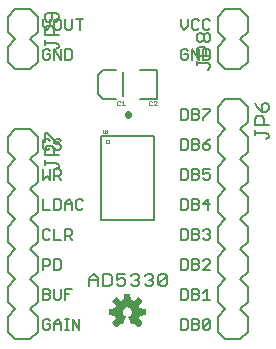
<source format=gbr>
G04 EAGLE Gerber RS-274X export*
G75*
%MOMM*%
%FSLAX34Y34*%
%LPD*%
%INSilkscreen Top*%
%IPPOS*%
%AMOC8*
5,1,8,0,0,1.08239X$1,22.5*%
G01*
%ADD10C,0.203200*%
%ADD11C,0.152400*%
%ADD12C,0.127000*%
%ADD13C,0.050000*%
%ADD14C,0.025400*%
%ADD15C,0.558800*%

G36*
X110412Y10712D02*
X110412Y10712D01*
X110520Y10723D01*
X110533Y10728D01*
X110547Y10730D01*
X110644Y10778D01*
X110743Y10823D01*
X110756Y10834D01*
X110765Y10839D01*
X110780Y10854D01*
X110857Y10917D01*
X113442Y13502D01*
X113505Y13590D01*
X113571Y13676D01*
X113576Y13689D01*
X113584Y13700D01*
X113615Y13803D01*
X113651Y13906D01*
X113651Y13920D01*
X113655Y13933D01*
X113651Y14042D01*
X113652Y14150D01*
X113647Y14164D01*
X113647Y14177D01*
X113609Y14279D01*
X113574Y14382D01*
X113565Y14397D01*
X113561Y14406D01*
X113547Y14423D01*
X113493Y14505D01*
X110729Y17895D01*
X111286Y18977D01*
X111292Y18996D01*
X111334Y19091D01*
X111705Y20251D01*
X116056Y20693D01*
X116160Y20721D01*
X116266Y20746D01*
X116278Y20753D01*
X116291Y20757D01*
X116381Y20817D01*
X116474Y20875D01*
X116482Y20885D01*
X116494Y20893D01*
X116560Y20979D01*
X116629Y21063D01*
X116633Y21076D01*
X116642Y21087D01*
X116676Y21190D01*
X116715Y21291D01*
X116716Y21309D01*
X116720Y21318D01*
X116720Y21340D01*
X116729Y21438D01*
X116729Y25094D01*
X116712Y25202D01*
X116698Y25309D01*
X116692Y25321D01*
X116690Y25335D01*
X116638Y25431D01*
X116591Y25528D01*
X116581Y25538D01*
X116575Y25550D01*
X116495Y25625D01*
X116419Y25702D01*
X116407Y25708D01*
X116397Y25717D01*
X116298Y25762D01*
X116201Y25810D01*
X116183Y25814D01*
X116174Y25818D01*
X116153Y25820D01*
X116056Y25840D01*
X111705Y26282D01*
X111334Y27442D01*
X111325Y27459D01*
X111323Y27467D01*
X111319Y27473D01*
X111286Y27556D01*
X110729Y28638D01*
X113493Y32028D01*
X113547Y32122D01*
X113604Y32214D01*
X113607Y32228D01*
X113614Y32240D01*
X113635Y32346D01*
X113660Y32452D01*
X113658Y32466D01*
X113661Y32479D01*
X113646Y32587D01*
X113636Y32695D01*
X113630Y32707D01*
X113628Y32721D01*
X113580Y32818D01*
X113535Y32917D01*
X113524Y32931D01*
X113520Y32939D01*
X113504Y32955D01*
X113442Y33031D01*
X110857Y35616D01*
X110768Y35680D01*
X110683Y35746D01*
X110670Y35750D01*
X110658Y35758D01*
X110555Y35790D01*
X110452Y35825D01*
X110438Y35825D01*
X110425Y35829D01*
X110317Y35826D01*
X110208Y35826D01*
X110195Y35822D01*
X110181Y35821D01*
X110079Y35783D01*
X109977Y35749D01*
X109962Y35739D01*
X109953Y35735D01*
X109936Y35722D01*
X109854Y35667D01*
X106464Y32903D01*
X105382Y33461D01*
X105362Y33467D01*
X105267Y33508D01*
X104108Y33879D01*
X103665Y38230D01*
X103637Y38335D01*
X103612Y38441D01*
X103605Y38452D01*
X103602Y38466D01*
X103541Y38556D01*
X103484Y38648D01*
X103473Y38657D01*
X103465Y38668D01*
X103379Y38734D01*
X103295Y38803D01*
X103282Y38808D01*
X103271Y38816D01*
X103168Y38851D01*
X103067Y38889D01*
X103049Y38891D01*
X103040Y38894D01*
X103018Y38894D01*
X102920Y38904D01*
X99264Y38904D01*
X99157Y38886D01*
X99049Y38872D01*
X99037Y38866D01*
X99023Y38864D01*
X98927Y38813D01*
X98830Y38765D01*
X98820Y38755D01*
X98808Y38749D01*
X98734Y38670D01*
X98657Y38593D01*
X98651Y38581D01*
X98641Y38571D01*
X98596Y38472D01*
X98548Y38375D01*
X98544Y38358D01*
X98540Y38349D01*
X98538Y38327D01*
X98519Y38230D01*
X98076Y33879D01*
X96917Y33508D01*
X96899Y33499D01*
X96802Y33461D01*
X95720Y32903D01*
X92330Y35667D01*
X92236Y35721D01*
X92144Y35778D01*
X92131Y35782D01*
X92119Y35788D01*
X92012Y35809D01*
X91907Y35834D01*
X91893Y35833D01*
X91879Y35835D01*
X91772Y35821D01*
X91664Y35810D01*
X91651Y35805D01*
X91638Y35803D01*
X91540Y35755D01*
X91441Y35710D01*
X91428Y35699D01*
X91419Y35694D01*
X91404Y35679D01*
X91327Y35616D01*
X88742Y33031D01*
X88679Y32943D01*
X88613Y32857D01*
X88608Y32844D01*
X88600Y32833D01*
X88569Y32729D01*
X88533Y32626D01*
X88533Y32613D01*
X88529Y32599D01*
X88533Y32491D01*
X88532Y32382D01*
X88537Y32369D01*
X88537Y32356D01*
X88575Y32254D01*
X88610Y32151D01*
X88619Y32136D01*
X88623Y32127D01*
X88637Y32110D01*
X88691Y32028D01*
X91455Y28638D01*
X90898Y27556D01*
X90892Y27537D01*
X90850Y27442D01*
X90479Y26282D01*
X86128Y25840D01*
X86024Y25811D01*
X85918Y25787D01*
X85906Y25780D01*
X85893Y25776D01*
X85803Y25715D01*
X85710Y25658D01*
X85702Y25648D01*
X85690Y25640D01*
X85624Y25553D01*
X85556Y25470D01*
X85551Y25457D01*
X85542Y25446D01*
X85508Y25343D01*
X85469Y25241D01*
X85468Y25224D01*
X85464Y25215D01*
X85465Y25193D01*
X85455Y25094D01*
X85455Y21438D01*
X85472Y21331D01*
X85486Y21224D01*
X85492Y21211D01*
X85494Y21198D01*
X85546Y21102D01*
X85593Y21004D01*
X85603Y20995D01*
X85609Y20982D01*
X85689Y20908D01*
X85765Y20831D01*
X85777Y20825D01*
X85788Y20816D01*
X85886Y20771D01*
X85983Y20722D01*
X86001Y20719D01*
X86010Y20715D01*
X86031Y20713D01*
X86128Y20693D01*
X90479Y20251D01*
X90850Y19091D01*
X90860Y19073D01*
X90898Y18977D01*
X91455Y17895D01*
X88691Y14505D01*
X88637Y14411D01*
X88580Y14319D01*
X88577Y14305D01*
X88570Y14293D01*
X88549Y14187D01*
X88524Y14081D01*
X88526Y14067D01*
X88523Y14054D01*
X88538Y13946D01*
X88548Y13838D01*
X88554Y13826D01*
X88556Y13812D01*
X88604Y13715D01*
X88649Y13616D01*
X88660Y13602D01*
X88664Y13593D01*
X88680Y13578D01*
X88742Y13502D01*
X91327Y10917D01*
X91416Y10853D01*
X91501Y10787D01*
X91514Y10783D01*
X91526Y10774D01*
X91629Y10743D01*
X91732Y10708D01*
X91746Y10708D01*
X91759Y10704D01*
X91867Y10707D01*
X91976Y10707D01*
X91989Y10711D01*
X92003Y10712D01*
X92105Y10750D01*
X92207Y10784D01*
X92222Y10794D01*
X92231Y10797D01*
X92248Y10811D01*
X92330Y10866D01*
X95720Y13630D01*
X96802Y13072D01*
X96855Y13055D01*
X96904Y13029D01*
X96970Y13018D01*
X97034Y12997D01*
X97090Y12998D01*
X97144Y12989D01*
X97211Y13000D01*
X97278Y13001D01*
X97330Y13020D01*
X97385Y13029D01*
X97445Y13060D01*
X97508Y13083D01*
X97551Y13117D01*
X97601Y13144D01*
X97647Y13193D01*
X97699Y13234D01*
X97730Y13281D01*
X97768Y13321D01*
X97824Y13427D01*
X97832Y13439D01*
X97833Y13444D01*
X97837Y13452D01*
X99990Y18649D01*
X100010Y18732D01*
X100015Y18745D01*
X100017Y18760D01*
X100042Y18847D01*
X100041Y18867D01*
X100046Y18886D01*
X100038Y18968D01*
X100039Y18987D01*
X100035Y19008D01*
X100031Y19091D01*
X100024Y19109D01*
X100022Y19129D01*
X99990Y19199D01*
X99984Y19225D01*
X99969Y19250D01*
X99942Y19318D01*
X99929Y19333D01*
X99921Y19351D01*
X99876Y19400D01*
X99856Y19432D01*
X99824Y19458D01*
X99785Y19505D01*
X99764Y19520D01*
X99754Y19530D01*
X99733Y19541D01*
X99670Y19585D01*
X99667Y19587D01*
X99666Y19588D01*
X99664Y19589D01*
X98780Y20084D01*
X98101Y20712D01*
X97587Y21481D01*
X97267Y22348D01*
X97159Y23265D01*
X97272Y24201D01*
X97603Y25082D01*
X98135Y25859D01*
X98836Y26487D01*
X99666Y26931D01*
X100578Y27164D01*
X101520Y27175D01*
X102436Y26961D01*
X103276Y26535D01*
X103990Y25922D01*
X104539Y25157D01*
X104890Y24284D01*
X105023Y23352D01*
X104931Y22415D01*
X104619Y21527D01*
X104104Y20738D01*
X103417Y20095D01*
X102518Y19588D01*
X102478Y19556D01*
X102436Y19533D01*
X102405Y19501D01*
X102357Y19466D01*
X102344Y19449D01*
X102328Y19435D01*
X102293Y19381D01*
X102269Y19355D01*
X102256Y19325D01*
X102214Y19267D01*
X102208Y19247D01*
X102197Y19230D01*
X102179Y19156D01*
X102169Y19133D01*
X102166Y19109D01*
X102143Y19034D01*
X102144Y19013D01*
X102139Y18993D01*
X102146Y18908D01*
X102145Y18890D01*
X102148Y18874D01*
X102151Y18790D01*
X102159Y18764D01*
X102160Y18750D01*
X102170Y18727D01*
X102194Y18649D01*
X102502Y17904D01*
X102503Y17903D01*
X102813Y17154D01*
X103123Y16405D01*
X103434Y15656D01*
X103434Y15655D01*
X103744Y14907D01*
X103744Y14906D01*
X104054Y14158D01*
X104054Y14157D01*
X104055Y14157D01*
X104347Y13452D01*
X104376Y13405D01*
X104397Y13353D01*
X104440Y13302D01*
X104476Y13244D01*
X104519Y13209D01*
X104555Y13167D01*
X104612Y13132D01*
X104664Y13090D01*
X104716Y13070D01*
X104764Y13042D01*
X104830Y13027D01*
X104893Y13004D01*
X104948Y13002D01*
X105002Y12990D01*
X105069Y12998D01*
X105136Y12996D01*
X105190Y13012D01*
X105245Y13018D01*
X105356Y13062D01*
X105370Y13066D01*
X105374Y13069D01*
X105382Y13072D01*
X106464Y13630D01*
X109854Y10866D01*
X109948Y10812D01*
X110040Y10754D01*
X110053Y10751D01*
X110065Y10744D01*
X110172Y10724D01*
X110277Y10699D01*
X110291Y10700D01*
X110305Y10698D01*
X110412Y10712D01*
G37*
D10*
X69088Y45110D02*
X69088Y52229D01*
X72647Y55788D01*
X76206Y52229D01*
X76206Y45110D01*
X76206Y50449D02*
X69088Y50449D01*
X80782Y55788D02*
X80782Y45110D01*
X86121Y45110D01*
X87900Y46890D01*
X87900Y54008D01*
X86121Y55788D01*
X80782Y55788D01*
X92476Y55788D02*
X99594Y55788D01*
X92476Y55788D02*
X92476Y50449D01*
X96035Y52229D01*
X97815Y52229D01*
X99594Y50449D01*
X99594Y46890D01*
X97815Y45110D01*
X94255Y45110D01*
X92476Y46890D01*
X104170Y54008D02*
X105949Y55788D01*
X109508Y55788D01*
X111288Y54008D01*
X111288Y52229D01*
X109508Y50449D01*
X107729Y50449D01*
X109508Y50449D02*
X111288Y48669D01*
X111288Y46890D01*
X109508Y45110D01*
X105949Y45110D01*
X104170Y46890D01*
X115864Y54008D02*
X117643Y55788D01*
X121202Y55788D01*
X122982Y54008D01*
X122982Y52229D01*
X121202Y50449D01*
X119423Y50449D01*
X121202Y50449D02*
X122982Y48669D01*
X122982Y46890D01*
X121202Y45110D01*
X117643Y45110D01*
X115864Y46890D01*
X127558Y46890D02*
X127558Y54008D01*
X129337Y55788D01*
X132896Y55788D01*
X134676Y54008D01*
X134676Y46890D01*
X132896Y45110D01*
X129337Y45110D01*
X127558Y46890D01*
X134676Y54008D01*
D11*
X29972Y265263D02*
X29972Y271025D01*
X29972Y265263D02*
X32853Y262382D01*
X35734Y265263D01*
X35734Y271025D01*
X40768Y271025D02*
X43649Y271025D01*
X40768Y271025D02*
X39327Y269585D01*
X39327Y263823D01*
X40768Y262382D01*
X43649Y262382D01*
X45089Y263823D01*
X45089Y269585D01*
X43649Y271025D01*
X48682Y271025D02*
X48682Y263823D01*
X50123Y262382D01*
X53004Y262382D01*
X54445Y263823D01*
X54445Y271025D01*
X60919Y271025D02*
X60919Y262382D01*
X58038Y271025D02*
X63800Y271025D01*
X35734Y244185D02*
X34294Y245625D01*
X31413Y245625D01*
X29972Y244185D01*
X29972Y238423D01*
X31413Y236982D01*
X34294Y236982D01*
X35734Y238423D01*
X35734Y241304D01*
X32853Y241304D01*
X39327Y245625D02*
X39327Y236982D01*
X45089Y236982D02*
X39327Y245625D01*
X45089Y245625D02*
X45089Y236982D01*
X48682Y236982D02*
X48682Y245625D01*
X48682Y236982D02*
X53004Y236982D01*
X54445Y238423D01*
X54445Y244185D01*
X53004Y245625D01*
X48682Y245625D01*
X34294Y169425D02*
X35734Y167985D01*
X34294Y169425D02*
X31413Y169425D01*
X29972Y167985D01*
X29972Y162223D01*
X31413Y160782D01*
X34294Y160782D01*
X35734Y162223D01*
X43649Y169425D02*
X45089Y167985D01*
X43649Y169425D02*
X40768Y169425D01*
X39327Y167985D01*
X39327Y166544D01*
X40768Y165104D01*
X43649Y165104D01*
X45089Y163663D01*
X45089Y162223D01*
X43649Y160782D01*
X40768Y160782D01*
X39327Y162223D01*
X29972Y144025D02*
X29972Y135382D01*
X32853Y138263D01*
X35734Y135382D01*
X35734Y144025D01*
X39327Y144025D02*
X39327Y135382D01*
X39327Y144025D02*
X43649Y144025D01*
X45089Y142585D01*
X45089Y139704D01*
X43649Y138263D01*
X39327Y138263D01*
X42208Y138263D02*
X45089Y135382D01*
X29972Y118625D02*
X29972Y109982D01*
X35734Y109982D01*
X39327Y109982D02*
X39327Y118625D01*
X39327Y109982D02*
X43649Y109982D01*
X45089Y111423D01*
X45089Y117185D01*
X43649Y118625D01*
X39327Y118625D01*
X48682Y115744D02*
X48682Y109982D01*
X48682Y115744D02*
X51564Y118625D01*
X54445Y115744D01*
X54445Y109982D01*
X54445Y114304D02*
X48682Y114304D01*
X62359Y118625D02*
X63800Y117185D01*
X62359Y118625D02*
X59478Y118625D01*
X58038Y117185D01*
X58038Y111423D01*
X59478Y109982D01*
X62359Y109982D01*
X63800Y111423D01*
X35734Y91785D02*
X34294Y93225D01*
X31413Y93225D01*
X29972Y91785D01*
X29972Y86023D01*
X31413Y84582D01*
X34294Y84582D01*
X35734Y86023D01*
X39327Y84582D02*
X39327Y93225D01*
X39327Y84582D02*
X45089Y84582D01*
X48682Y84582D02*
X48682Y93225D01*
X53004Y93225D01*
X54445Y91785D01*
X54445Y88904D01*
X53004Y87463D01*
X48682Y87463D01*
X51564Y87463D02*
X54445Y84582D01*
X29972Y67825D02*
X29972Y59182D01*
X29972Y67825D02*
X34294Y67825D01*
X35734Y66385D01*
X35734Y63504D01*
X34294Y62063D01*
X29972Y62063D01*
X39327Y59182D02*
X39327Y67825D01*
X39327Y59182D02*
X43649Y59182D01*
X45089Y60623D01*
X45089Y66385D01*
X43649Y67825D01*
X39327Y67825D01*
X29972Y42425D02*
X29972Y33782D01*
X29972Y42425D02*
X34294Y42425D01*
X35734Y40985D01*
X35734Y39544D01*
X34294Y38104D01*
X35734Y36663D01*
X35734Y35223D01*
X34294Y33782D01*
X29972Y33782D01*
X29972Y38104D02*
X34294Y38104D01*
X39327Y35223D02*
X39327Y42425D01*
X39327Y35223D02*
X40768Y33782D01*
X43649Y33782D01*
X45089Y35223D01*
X45089Y42425D01*
X48682Y42425D02*
X48682Y33782D01*
X48682Y42425D02*
X54445Y42425D01*
X51564Y38104D02*
X48682Y38104D01*
X34294Y17025D02*
X35734Y15585D01*
X34294Y17025D02*
X31413Y17025D01*
X29972Y15585D01*
X29972Y9823D01*
X31413Y8382D01*
X34294Y8382D01*
X35734Y9823D01*
X35734Y12704D01*
X32853Y12704D01*
X39327Y14144D02*
X39327Y8382D01*
X39327Y14144D02*
X42208Y17025D01*
X45089Y14144D01*
X45089Y8382D01*
X45089Y12704D02*
X39327Y12704D01*
X48682Y8382D02*
X51564Y8382D01*
X50123Y8382D02*
X50123Y17025D01*
X48682Y17025D02*
X51564Y17025D01*
X54919Y17025D02*
X54919Y8382D01*
X60681Y8382D02*
X54919Y17025D01*
X60681Y17025D02*
X60681Y8382D01*
X146686Y265263D02*
X146686Y271025D01*
X146686Y265263D02*
X149568Y262382D01*
X152449Y265263D01*
X152449Y271025D01*
X160363Y271025D02*
X161804Y269585D01*
X160363Y271025D02*
X157482Y271025D01*
X156042Y269585D01*
X156042Y263823D01*
X157482Y262382D01*
X160363Y262382D01*
X161804Y263823D01*
X169719Y271025D02*
X171159Y269585D01*
X169719Y271025D02*
X166837Y271025D01*
X165397Y269585D01*
X165397Y263823D01*
X166837Y262382D01*
X169719Y262382D01*
X171159Y263823D01*
X152449Y244185D02*
X151008Y245625D01*
X148127Y245625D01*
X146686Y244185D01*
X146686Y238423D01*
X148127Y236982D01*
X151008Y236982D01*
X152449Y238423D01*
X152449Y241304D01*
X149568Y241304D01*
X156042Y245625D02*
X156042Y236982D01*
X161804Y236982D02*
X156042Y245625D01*
X161804Y245625D02*
X161804Y236982D01*
X165397Y236982D02*
X165397Y245625D01*
X165397Y236982D02*
X169719Y236982D01*
X171159Y238423D01*
X171159Y244185D01*
X169719Y245625D01*
X165397Y245625D01*
X146686Y194825D02*
X146686Y186182D01*
X151008Y186182D01*
X152449Y187623D01*
X152449Y193385D01*
X151008Y194825D01*
X146686Y194825D01*
X156042Y194825D02*
X156042Y186182D01*
X156042Y194825D02*
X160363Y194825D01*
X161804Y193385D01*
X161804Y191944D01*
X160363Y190504D01*
X161804Y189063D01*
X161804Y187623D01*
X160363Y186182D01*
X156042Y186182D01*
X156042Y190504D02*
X160363Y190504D01*
X165397Y194825D02*
X171159Y194825D01*
X171159Y193385D01*
X165397Y187623D01*
X165397Y186182D01*
X146686Y169425D02*
X146686Y160782D01*
X151008Y160782D01*
X152449Y162223D01*
X152449Y167985D01*
X151008Y169425D01*
X146686Y169425D01*
X156042Y169425D02*
X156042Y160782D01*
X156042Y169425D02*
X160363Y169425D01*
X161804Y167985D01*
X161804Y166544D01*
X160363Y165104D01*
X161804Y163663D01*
X161804Y162223D01*
X160363Y160782D01*
X156042Y160782D01*
X156042Y165104D02*
X160363Y165104D01*
X168278Y167985D02*
X171159Y169425D01*
X168278Y167985D02*
X165397Y165104D01*
X165397Y162223D01*
X166837Y160782D01*
X169719Y160782D01*
X171159Y162223D01*
X171159Y163663D01*
X169719Y165104D01*
X165397Y165104D01*
X146686Y144025D02*
X146686Y135382D01*
X151008Y135382D01*
X152449Y136823D01*
X152449Y142585D01*
X151008Y144025D01*
X146686Y144025D01*
X156042Y144025D02*
X156042Y135382D01*
X156042Y144025D02*
X160363Y144025D01*
X161804Y142585D01*
X161804Y141144D01*
X160363Y139704D01*
X161804Y138263D01*
X161804Y136823D01*
X160363Y135382D01*
X156042Y135382D01*
X156042Y139704D02*
X160363Y139704D01*
X165397Y144025D02*
X171159Y144025D01*
X165397Y144025D02*
X165397Y139704D01*
X168278Y141144D01*
X169719Y141144D01*
X171159Y139704D01*
X171159Y136823D01*
X169719Y135382D01*
X166837Y135382D01*
X165397Y136823D01*
X146686Y118625D02*
X146686Y109982D01*
X151008Y109982D01*
X152449Y111423D01*
X152449Y117185D01*
X151008Y118625D01*
X146686Y118625D01*
X156042Y118625D02*
X156042Y109982D01*
X156042Y118625D02*
X160363Y118625D01*
X161804Y117185D01*
X161804Y115744D01*
X160363Y114304D01*
X161804Y112863D01*
X161804Y111423D01*
X160363Y109982D01*
X156042Y109982D01*
X156042Y114304D02*
X160363Y114304D01*
X169719Y118625D02*
X169719Y109982D01*
X165397Y114304D02*
X169719Y118625D01*
X171159Y114304D02*
X165397Y114304D01*
X146686Y93225D02*
X146686Y84582D01*
X151008Y84582D01*
X152449Y86023D01*
X152449Y91785D01*
X151008Y93225D01*
X146686Y93225D01*
X156042Y93225D02*
X156042Y84582D01*
X156042Y93225D02*
X160363Y93225D01*
X161804Y91785D01*
X161804Y90344D01*
X160363Y88904D01*
X161804Y87463D01*
X161804Y86023D01*
X160363Y84582D01*
X156042Y84582D01*
X156042Y88904D02*
X160363Y88904D01*
X165397Y91785D02*
X166837Y93225D01*
X169719Y93225D01*
X171159Y91785D01*
X171159Y90344D01*
X169719Y88904D01*
X168278Y88904D01*
X169719Y88904D02*
X171159Y87463D01*
X171159Y86023D01*
X169719Y84582D01*
X166837Y84582D01*
X165397Y86023D01*
X146686Y67825D02*
X146686Y59182D01*
X151008Y59182D01*
X152449Y60623D01*
X152449Y66385D01*
X151008Y67825D01*
X146686Y67825D01*
X156042Y67825D02*
X156042Y59182D01*
X156042Y67825D02*
X160363Y67825D01*
X161804Y66385D01*
X161804Y64944D01*
X160363Y63504D01*
X161804Y62063D01*
X161804Y60623D01*
X160363Y59182D01*
X156042Y59182D01*
X156042Y63504D02*
X160363Y63504D01*
X165397Y59182D02*
X171159Y59182D01*
X165397Y59182D02*
X171159Y64944D01*
X171159Y66385D01*
X169719Y67825D01*
X166837Y67825D01*
X165397Y66385D01*
X146686Y42425D02*
X146686Y33782D01*
X151008Y33782D01*
X152449Y35223D01*
X152449Y40985D01*
X151008Y42425D01*
X146686Y42425D01*
X156042Y42425D02*
X156042Y33782D01*
X156042Y42425D02*
X160363Y42425D01*
X161804Y40985D01*
X161804Y39544D01*
X160363Y38104D01*
X161804Y36663D01*
X161804Y35223D01*
X160363Y33782D01*
X156042Y33782D01*
X156042Y38104D02*
X160363Y38104D01*
X165397Y39544D02*
X168278Y42425D01*
X168278Y33782D01*
X165397Y33782D02*
X171159Y33782D01*
X146686Y17025D02*
X146686Y8382D01*
X151008Y8382D01*
X152449Y9823D01*
X152449Y15585D01*
X151008Y17025D01*
X146686Y17025D01*
X156042Y17025D02*
X156042Y8382D01*
X156042Y17025D02*
X160363Y17025D01*
X161804Y15585D01*
X161804Y14144D01*
X160363Y12704D01*
X161804Y11263D01*
X161804Y9823D01*
X160363Y8382D01*
X156042Y8382D01*
X156042Y12704D02*
X160363Y12704D01*
X165397Y9823D02*
X165397Y15585D01*
X166837Y17025D01*
X169719Y17025D01*
X171159Y15585D01*
X171159Y9823D01*
X169719Y8382D01*
X166837Y8382D01*
X165397Y9823D01*
X171159Y15585D01*
X35734Y244185D02*
X34294Y245625D01*
X31413Y245625D01*
X29972Y244185D01*
X29972Y238423D01*
X31413Y236982D01*
X34294Y236982D01*
X35734Y238423D01*
X35734Y241304D01*
X32853Y241304D01*
X39327Y245625D02*
X39327Y236982D01*
X45089Y236982D02*
X39327Y245625D01*
X45089Y245625D02*
X45089Y236982D01*
X48682Y236982D02*
X48682Y245625D01*
X48682Y236982D02*
X53004Y236982D01*
X54445Y238423D01*
X54445Y244185D01*
X53004Y245625D01*
X48682Y245625D01*
X151008Y245625D02*
X152449Y244185D01*
X151008Y245625D02*
X148127Y245625D01*
X146686Y244185D01*
X146686Y238423D01*
X148127Y236982D01*
X151008Y236982D01*
X152449Y238423D01*
X152449Y241304D01*
X149568Y241304D01*
X156042Y245625D02*
X156042Y236982D01*
X161804Y236982D02*
X156042Y245625D01*
X161804Y245625D02*
X161804Y236982D01*
X165397Y236982D02*
X165397Y245625D01*
X165397Y236982D02*
X169719Y236982D01*
X171159Y238423D01*
X171159Y244185D01*
X169719Y245625D01*
X165397Y245625D01*
D12*
X124202Y172608D02*
X78678Y172608D01*
X124202Y172608D02*
X124202Y101213D01*
X78678Y101213D01*
X78678Y172608D01*
D13*
X83026Y167608D02*
X83028Y167683D01*
X83034Y167757D01*
X83044Y167831D01*
X83057Y167904D01*
X83075Y167977D01*
X83096Y168048D01*
X83121Y168119D01*
X83150Y168188D01*
X83183Y168255D01*
X83219Y168320D01*
X83258Y168384D01*
X83300Y168445D01*
X83346Y168504D01*
X83395Y168561D01*
X83447Y168614D01*
X83501Y168665D01*
X83558Y168714D01*
X83618Y168758D01*
X83680Y168800D01*
X83744Y168839D01*
X83810Y168874D01*
X83877Y168905D01*
X83947Y168933D01*
X84017Y168957D01*
X84089Y168978D01*
X84162Y168994D01*
X84235Y169007D01*
X84310Y169016D01*
X84384Y169021D01*
X84459Y169022D01*
X84533Y169019D01*
X84608Y169012D01*
X84681Y169001D01*
X84755Y168987D01*
X84827Y168968D01*
X84898Y168946D01*
X84968Y168920D01*
X85037Y168890D01*
X85103Y168857D01*
X85168Y168820D01*
X85231Y168780D01*
X85292Y168736D01*
X85350Y168690D01*
X85406Y168640D01*
X85459Y168588D01*
X85510Y168533D01*
X85557Y168475D01*
X85601Y168415D01*
X85642Y168352D01*
X85680Y168288D01*
X85714Y168222D01*
X85745Y168153D01*
X85772Y168084D01*
X85795Y168013D01*
X85814Y167941D01*
X85830Y167868D01*
X85842Y167794D01*
X85850Y167720D01*
X85854Y167645D01*
X85854Y167571D01*
X85850Y167496D01*
X85842Y167422D01*
X85830Y167348D01*
X85814Y167275D01*
X85795Y167203D01*
X85772Y167132D01*
X85745Y167063D01*
X85714Y166994D01*
X85680Y166928D01*
X85642Y166864D01*
X85601Y166801D01*
X85557Y166741D01*
X85510Y166683D01*
X85459Y166628D01*
X85406Y166576D01*
X85350Y166526D01*
X85292Y166480D01*
X85231Y166436D01*
X85168Y166396D01*
X85103Y166359D01*
X85037Y166326D01*
X84968Y166296D01*
X84898Y166270D01*
X84827Y166248D01*
X84755Y166229D01*
X84681Y166215D01*
X84608Y166204D01*
X84533Y166197D01*
X84459Y166194D01*
X84384Y166195D01*
X84310Y166200D01*
X84235Y166209D01*
X84162Y166222D01*
X84089Y166238D01*
X84017Y166259D01*
X83947Y166283D01*
X83877Y166311D01*
X83810Y166342D01*
X83744Y166377D01*
X83680Y166416D01*
X83618Y166458D01*
X83558Y166502D01*
X83501Y166551D01*
X83447Y166602D01*
X83395Y166655D01*
X83346Y166712D01*
X83300Y166771D01*
X83258Y166832D01*
X83219Y166896D01*
X83183Y166961D01*
X83150Y167028D01*
X83121Y167097D01*
X83096Y167168D01*
X83075Y167239D01*
X83057Y167312D01*
X83044Y167385D01*
X83034Y167459D01*
X83028Y167533D01*
X83026Y167608D01*
D14*
X80567Y175116D02*
X80567Y177023D01*
X80567Y175116D02*
X80948Y174735D01*
X81711Y174735D01*
X82092Y175116D01*
X82092Y177023D01*
X82906Y176260D02*
X83668Y177023D01*
X83668Y174735D01*
X82906Y174735D02*
X84431Y174735D01*
D15*
X101600Y190195D02*
X101600Y190805D01*
D14*
X95379Y201425D02*
X94744Y202060D01*
X93473Y202060D01*
X92837Y201425D01*
X92837Y198883D01*
X93473Y198247D01*
X94744Y198247D01*
X95379Y198883D01*
X96579Y200789D02*
X97850Y202060D01*
X97850Y198247D01*
X96579Y198247D02*
X99121Y198247D01*
D10*
X203200Y44450D02*
X203200Y31750D01*
X196850Y25400D01*
X184150Y25400D02*
X177800Y31750D01*
X203200Y69850D02*
X196850Y76200D01*
X203200Y69850D02*
X203200Y57150D01*
X196850Y50800D01*
X184150Y50800D02*
X177800Y57150D01*
X177800Y69850D01*
X184150Y76200D01*
X196850Y50800D02*
X203200Y44450D01*
X184150Y50800D02*
X177800Y44450D01*
X177800Y31750D01*
X203200Y107950D02*
X203200Y120650D01*
X203200Y107950D02*
X196850Y101600D01*
X184150Y101600D02*
X177800Y107950D01*
X196850Y101600D02*
X203200Y95250D01*
X203200Y82550D01*
X196850Y76200D01*
X184150Y76200D02*
X177800Y82550D01*
X177800Y95250D01*
X184150Y101600D01*
X203200Y146050D02*
X196850Y152400D01*
X203200Y146050D02*
X203200Y133350D01*
X196850Y127000D01*
X184150Y127000D02*
X177800Y133350D01*
X177800Y146050D01*
X184150Y152400D01*
X196850Y127000D02*
X203200Y120650D01*
X184150Y127000D02*
X177800Y120650D01*
X177800Y107950D01*
X203200Y184150D02*
X203200Y196850D01*
X203200Y184150D02*
X196850Y177800D01*
X184150Y177800D02*
X177800Y184150D01*
X196850Y177800D02*
X203200Y171450D01*
X203200Y158750D01*
X196850Y152400D01*
X184150Y152400D02*
X177800Y158750D01*
X177800Y171450D01*
X184150Y177800D01*
X184150Y203200D02*
X196850Y203200D01*
X203200Y196850D01*
X184150Y203200D02*
X177800Y196850D01*
X177800Y184150D01*
X203200Y19050D02*
X203200Y6350D01*
X196850Y0D01*
X184150Y0D01*
X177800Y6350D01*
X196850Y25400D02*
X203200Y19050D01*
X184150Y25400D02*
X177800Y19050D01*
X177800Y6350D01*
D12*
X218946Y169515D02*
X220853Y171422D01*
X220853Y173328D01*
X218946Y175235D01*
X209413Y175235D01*
X209413Y173328D02*
X209413Y177142D01*
X209413Y181209D02*
X220853Y181209D01*
X209413Y181209D02*
X209413Y186929D01*
X211320Y188836D01*
X215133Y188836D01*
X217040Y186929D01*
X217040Y181209D01*
X211320Y196716D02*
X209413Y200529D01*
X211320Y196716D02*
X215133Y192903D01*
X218946Y192903D01*
X220853Y194810D01*
X220853Y198623D01*
X218946Y200529D01*
X217040Y200529D01*
X215133Y198623D01*
X215133Y192903D01*
D10*
X25400Y19050D02*
X25400Y6350D01*
X19050Y0D01*
X6350Y0D02*
X0Y6350D01*
X25400Y44450D02*
X19050Y50800D01*
X25400Y44450D02*
X25400Y31750D01*
X19050Y25400D01*
X6350Y25400D02*
X0Y31750D01*
X0Y44450D01*
X6350Y50800D01*
X19050Y25400D02*
X25400Y19050D01*
X6350Y25400D02*
X0Y19050D01*
X0Y6350D01*
X25400Y82550D02*
X25400Y95250D01*
X25400Y82550D02*
X19050Y76200D01*
X6350Y76200D02*
X0Y82550D01*
X19050Y76200D02*
X25400Y69850D01*
X25400Y57150D01*
X19050Y50800D01*
X6350Y50800D02*
X0Y57150D01*
X0Y69850D01*
X6350Y76200D01*
X25400Y120650D02*
X19050Y127000D01*
X25400Y120650D02*
X25400Y107950D01*
X19050Y101600D01*
X6350Y101600D02*
X0Y107950D01*
X0Y120650D01*
X6350Y127000D01*
X19050Y101600D02*
X25400Y95250D01*
X6350Y101600D02*
X0Y95250D01*
X0Y82550D01*
X25400Y158750D02*
X25400Y171450D01*
X25400Y158750D02*
X19050Y152400D01*
X6350Y152400D02*
X0Y158750D01*
X19050Y152400D02*
X25400Y146050D01*
X25400Y133350D01*
X19050Y127000D01*
X6350Y127000D02*
X0Y133350D01*
X0Y146050D01*
X6350Y152400D01*
X6350Y177800D02*
X19050Y177800D01*
X25400Y171450D01*
X6350Y177800D02*
X0Y171450D01*
X0Y158750D01*
X6350Y0D02*
X19050Y0D01*
D12*
X41146Y144115D02*
X43053Y146022D01*
X43053Y147928D01*
X41146Y149835D01*
X31613Y149835D01*
X31613Y147928D02*
X31613Y151742D01*
X31613Y155809D02*
X43053Y155809D01*
X31613Y155809D02*
X31613Y161529D01*
X33520Y163436D01*
X37333Y163436D01*
X39240Y161529D01*
X39240Y155809D01*
X31613Y167503D02*
X31613Y175129D01*
X33520Y175129D01*
X41146Y167503D01*
X43053Y167503D01*
D10*
X177800Y234950D02*
X177800Y247650D01*
X184150Y254000D01*
X196850Y254000D02*
X203200Y247650D01*
X184150Y254000D02*
X177800Y260350D01*
X177800Y273050D01*
X184150Y279400D01*
X196850Y279400D02*
X203200Y273050D01*
X203200Y260350D01*
X196850Y254000D01*
X196850Y228600D02*
X184150Y228600D01*
X177800Y234950D01*
X196850Y228600D02*
X203200Y234950D01*
X203200Y247650D01*
X196850Y279400D02*
X184150Y279400D01*
D12*
X171577Y230380D02*
X169670Y228473D01*
X171577Y230380D02*
X171577Y232286D01*
X169670Y234193D01*
X160137Y234193D01*
X160137Y232286D02*
X160137Y236100D01*
X160137Y240167D02*
X171577Y240167D01*
X160137Y240167D02*
X160137Y245887D01*
X162044Y247793D01*
X165857Y247793D01*
X167764Y245887D01*
X167764Y240167D01*
X162044Y251861D02*
X160137Y253768D01*
X160137Y257581D01*
X162044Y259487D01*
X163951Y259487D01*
X165857Y257581D01*
X167764Y259487D01*
X169670Y259487D01*
X171577Y257581D01*
X171577Y253768D01*
X169670Y251861D01*
X167764Y251861D01*
X165857Y253768D01*
X163951Y251861D01*
X162044Y251861D01*
X165857Y253768D02*
X165857Y257581D01*
D10*
X25400Y260350D02*
X25400Y273050D01*
X25400Y260350D02*
X19050Y254000D01*
X6350Y254000D02*
X0Y260350D01*
X19050Y254000D02*
X25400Y247650D01*
X25400Y234950D01*
X19050Y228600D01*
X6350Y228600D02*
X0Y234950D01*
X0Y247650D01*
X6350Y254000D01*
X6350Y279400D02*
X19050Y279400D01*
X25400Y273050D01*
X6350Y279400D02*
X0Y273050D01*
X0Y260350D01*
X6350Y228600D02*
X19050Y228600D01*
D12*
X41146Y245715D02*
X43053Y247622D01*
X43053Y249528D01*
X41146Y251435D01*
X31613Y251435D01*
X31613Y249528D02*
X31613Y253342D01*
X31613Y257409D02*
X43053Y257409D01*
X31613Y257409D02*
X31613Y263129D01*
X33520Y265036D01*
X37333Y265036D01*
X39240Y263129D01*
X39240Y257409D01*
X41146Y269103D02*
X43053Y271010D01*
X43053Y274823D01*
X41146Y276729D01*
X33520Y276729D01*
X31613Y274823D01*
X31613Y271010D01*
X33520Y269103D01*
X35427Y269103D01*
X37333Y271010D01*
X37333Y276729D01*
D10*
X111600Y227900D02*
X126600Y227900D01*
X126600Y203900D01*
X111600Y203900D01*
X91600Y227900D02*
X80600Y227900D01*
X76600Y223900D01*
X76600Y207900D01*
X80600Y203900D01*
X91600Y203900D01*
D12*
X97790Y205740D02*
X97790Y226060D01*
D14*
X121549Y201966D02*
X122185Y201331D01*
X121549Y201966D02*
X120278Y201966D01*
X119643Y201331D01*
X119643Y198789D01*
X120278Y198153D01*
X121549Y198153D01*
X122185Y198789D01*
X123385Y198153D02*
X125927Y198153D01*
X123385Y198153D02*
X125927Y200695D01*
X125927Y201331D01*
X125292Y201966D01*
X124020Y201966D01*
X123385Y201331D01*
M02*

</source>
